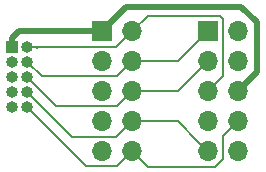
<source format=gbr>
%TF.GenerationSoftware,KiCad,Pcbnew,8.0.3*%
%TF.CreationDate,2024-06-16T20:35:08-04:00*%
%TF.ProjectId,JTAGAdapter,4a544147-4164-4617-9074-65722e6b6963,rev?*%
%TF.SameCoordinates,Original*%
%TF.FileFunction,Copper,L1,Top*%
%TF.FilePolarity,Positive*%
%FSLAX46Y46*%
G04 Gerber Fmt 4.6, Leading zero omitted, Abs format (unit mm)*
G04 Created by KiCad (PCBNEW 8.0.3) date 2024-06-16 20:35:08*
%MOMM*%
%LPD*%
G01*
G04 APERTURE LIST*
%TA.AperFunction,ComponentPad*%
%ADD10O,1.000000X1.000000*%
%TD*%
%TA.AperFunction,ComponentPad*%
%ADD11R,1.000000X1.000000*%
%TD*%
%TA.AperFunction,ComponentPad*%
%ADD12R,1.700000X1.700000*%
%TD*%
%TA.AperFunction,ComponentPad*%
%ADD13O,1.700000X1.700000*%
%TD*%
%TA.AperFunction,Conductor*%
%ADD14C,0.500000*%
%TD*%
%TA.AperFunction,Conductor*%
%ADD15C,0.200000*%
%TD*%
G04 APERTURE END LIST*
D10*
%TO.P,J3,10,~{RESET}*%
%TO.N,Net-(J1-~{RESET})*%
X121461000Y-92921000D03*
%TO.P,J3,9,GNDDetect*%
%TO.N,GND*%
X120191000Y-92921000D03*
%TO.P,J3,8,NC/TDI*%
%TO.N,Net-(J1-NC{slash}TDI)*%
X121461000Y-91651000D03*
%TO.P,J3,7,KEY*%
%TO.N,unconnected-(J3-KEY-Pad7)*%
X120191000Y-91651000D03*
%TO.P,J3,6,SWO/TDO*%
%TO.N,Net-(J1-SWO{slash}TDO)*%
X121461000Y-90381000D03*
%TO.P,J3,5,GND*%
%TO.N,GND*%
X120191000Y-90381000D03*
%TO.P,J3,4,SWCLK/TCK*%
%TO.N,Net-(J1-SWCLK{slash}TCK)*%
X121461000Y-89111000D03*
%TO.P,J3,3,GND*%
%TO.N,GND*%
X120191000Y-89111000D03*
%TO.P,J3,2,SWDIO/TMS*%
%TO.N,Net-(J1-SWDIO{slash}TMS)*%
X121461000Y-87841000D03*
D11*
%TO.P,J3,1,VTref*%
%TO.N,+3V3*%
X120191000Y-87841000D03*
%TD*%
D12*
%TO.P,J2,1,TCK*%
%TO.N,Net-(J1-SWCLK{slash}TCK)*%
X136746000Y-86503500D03*
D13*
%TO.P,J2,2,GND*%
%TO.N,GND*%
X139286000Y-86503500D03*
%TO.P,J2,3,TDO*%
%TO.N,Net-(J1-SWO{slash}TDO)*%
X136746000Y-89043500D03*
%TO.P,J2,4,PGM/NC*%
%TO.N,unconnected-(J2-PGM{slash}NC-Pad4)*%
X139286000Y-89043500D03*
%TO.P,J2,5,TMS*%
%TO.N,Net-(J1-SWDIO{slash}TMS)*%
X136746000Y-91583500D03*
%TO.P,J2,6,VJTAG*%
%TO.N,+3V3*%
X139286000Y-91583500D03*
%TO.P,J2,7,VPUMP*%
%TO.N,unconnected-(J2-VPUMP-Pad7)*%
X136746000Y-94123500D03*
%TO.P,J2,8,~{TRST}*%
%TO.N,Net-(J1-~{RESET})*%
X139286000Y-94123500D03*
%TO.P,J2,9,TDI*%
%TO.N,Net-(J1-NC{slash}TDI)*%
X136746000Y-96663500D03*
%TO.P,J2,10,GND*%
%TO.N,GND*%
X139286000Y-96663500D03*
%TD*%
D12*
%TO.P,J1,1,VTref*%
%TO.N,+3V3*%
X127797000Y-86499000D03*
D13*
%TO.P,J1,2,SWDIO/TMS*%
%TO.N,Net-(J1-SWDIO{slash}TMS)*%
X130337000Y-86499000D03*
%TO.P,J1,3,GND*%
%TO.N,GND*%
X127797000Y-89039000D03*
%TO.P,J1,4,SWCLK/TCK*%
%TO.N,Net-(J1-SWCLK{slash}TCK)*%
X130337000Y-89039000D03*
%TO.P,J1,5,GND*%
%TO.N,GND*%
X127797000Y-91579000D03*
%TO.P,J1,6,SWO/TDO*%
%TO.N,Net-(J1-SWO{slash}TDO)*%
X130337000Y-91579000D03*
%TO.P,J1,7,KEY*%
%TO.N,unconnected-(J1-KEY-Pad7)*%
X127797000Y-94119000D03*
%TO.P,J1,8,NC/TDI*%
%TO.N,Net-(J1-NC{slash}TDI)*%
X130337000Y-94119000D03*
%TO.P,J1,9,GNDDetect*%
%TO.N,GND*%
X127797000Y-96659000D03*
%TO.P,J1,10,~{RESET}*%
%TO.N,Net-(J1-~{RESET})*%
X130337000Y-96659000D03*
%TD*%
D14*
%TO.N,+3V3*%
X129825000Y-84471000D02*
X139589500Y-84471000D01*
X120759000Y-86499000D02*
X120191000Y-87067000D01*
X120191000Y-87067000D02*
X120191000Y-87841000D01*
X120759000Y-86499000D02*
X127797000Y-86499000D01*
D15*
%TO.N,Net-(J1-SWDIO{slash}TMS)*%
X122283000Y-87879000D02*
X122261000Y-87901000D01*
X128957000Y-87879000D02*
X122283000Y-87879000D01*
X122261000Y-87901000D02*
X122201000Y-87841000D01*
X122201000Y-87841000D02*
X121461000Y-87841000D01*
%TO.N,Net-(J1-SWCLK{slash}TCK)*%
X129045000Y-90331000D02*
X122681000Y-90331000D01*
X122681000Y-90331000D02*
X121461000Y-89111000D01*
%TO.N,Net-(J1-SWO{slash}TDO)*%
X129095000Y-92821000D02*
X123901000Y-92821000D01*
X123901000Y-92821000D02*
X121461000Y-90381000D01*
%TO.N,Net-(J1-NC{slash}TDI)*%
X129005000Y-95451000D02*
X125261000Y-95451000D01*
X125261000Y-95451000D02*
X121461000Y-91651000D01*
%TO.N,Net-(J1-~{RESET})*%
X130337000Y-96659000D02*
X129065000Y-97931000D01*
X129065000Y-97931000D02*
X126471000Y-97931000D01*
X126471000Y-97931000D02*
X121461000Y-92921000D01*
X137379500Y-97981000D02*
X131659000Y-97981000D01*
%TO.N,Net-(J1-NC{slash}TDI)*%
X134200000Y-94117500D02*
X134198500Y-94119000D01*
X134198500Y-94119000D02*
X130337000Y-94119000D01*
%TO.N,Net-(J1-SWDIO{slash}TMS)*%
X131645000Y-85191000D02*
X137759500Y-85191000D01*
X137759500Y-85191000D02*
X137761000Y-85189500D01*
%TO.N,Net-(J1-SWCLK{slash}TCK)*%
X134210500Y-89039000D02*
X130337000Y-89039000D01*
%TO.N,Net-(J1-SWO{slash}TDO)*%
X134210500Y-91579000D02*
X130337000Y-91579000D01*
%TO.N,Net-(J1-SWDIO{slash}TMS)*%
X128957000Y-87879000D02*
X130337000Y-86499000D01*
D14*
%TO.N,+3V3*%
X139589500Y-84471000D02*
X139591000Y-84469500D01*
X139591000Y-84469500D02*
X140891000Y-85769500D01*
X127797000Y-86499000D02*
X129825000Y-84471000D01*
X140891000Y-85769500D02*
X140891000Y-89978500D01*
X140891000Y-89978500D02*
X139286000Y-91583500D01*
D15*
%TO.N,Net-(J1-SWDIO{slash}TMS)*%
X130337000Y-86499000D02*
X131645000Y-85191000D01*
X137761000Y-85189500D02*
X138011000Y-85439500D01*
X138011000Y-85439500D02*
X138011000Y-90318500D01*
X138011000Y-90318500D02*
X136746000Y-91583500D01*
%TO.N,Net-(J1-~{RESET})*%
X130337000Y-96659000D02*
X131659000Y-97981000D01*
X137379500Y-97981000D02*
X138051000Y-97309500D01*
X138051000Y-97309500D02*
X138051000Y-95358500D01*
X138051000Y-95358500D02*
X139286000Y-94123500D01*
%TO.N,Net-(J1-NC{slash}TDI)*%
X134200000Y-94117500D02*
X135956000Y-95873500D01*
X135956000Y-95873500D02*
X136746000Y-96663500D01*
X134201500Y-94119000D02*
X135956000Y-95873500D01*
%TO.N,Net-(J1-SWO{slash}TDO)*%
X134210500Y-91579000D02*
X136746000Y-89043500D01*
%TO.N,Net-(J1-SWCLK{slash}TCK)*%
X134210500Y-89039000D02*
X136746000Y-86503500D01*
%TO.N,Net-(J1-NC{slash}TDI)*%
X130337000Y-94119000D02*
X129005000Y-95451000D01*
%TO.N,Net-(J1-SWO{slash}TDO)*%
X129095000Y-92821000D02*
X130337000Y-91579000D01*
%TO.N,Net-(J1-SWCLK{slash}TCK)*%
X129045000Y-90331000D02*
X130337000Y-89039000D01*
%TD*%
M02*

</source>
